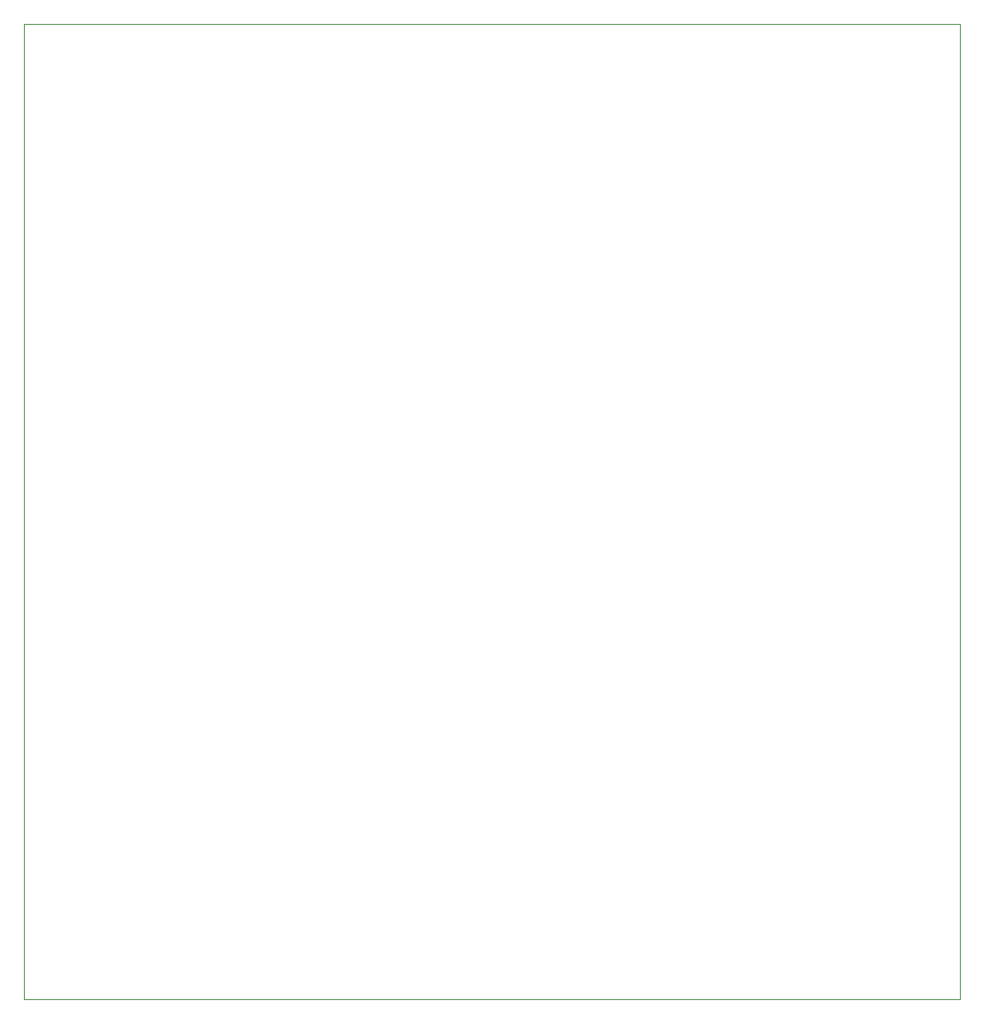
<source format=gbr>
%TF.GenerationSoftware,KiCad,Pcbnew,5.1.9-73d0e3b20d~88~ubuntu18.04.1*%
%TF.CreationDate,2021-04-18T22:58:03-04:00*%
%TF.ProjectId,spdif-decoder,73706469-662d-4646-9563-6f6465722e6b,rev?*%
%TF.SameCoordinates,Original*%
%TF.FileFunction,Profile,NP*%
%FSLAX46Y46*%
G04 Gerber Fmt 4.6, Leading zero omitted, Abs format (unit mm)*
G04 Created by KiCad (PCBNEW 5.1.9-73d0e3b20d~88~ubuntu18.04.1) date 2021-04-18 22:58:03*
%MOMM*%
%LPD*%
G01*
G04 APERTURE LIST*
%TA.AperFunction,Profile*%
%ADD10C,0.050000*%
%TD*%
G04 APERTURE END LIST*
D10*
X57150000Y-162560000D02*
X149860000Y-162560000D01*
X149860000Y-66040000D02*
X57150000Y-66040000D01*
X149860000Y-162560000D02*
X149860000Y-66040000D01*
X57150000Y-66040000D02*
X57150000Y-162560000D01*
M02*

</source>
